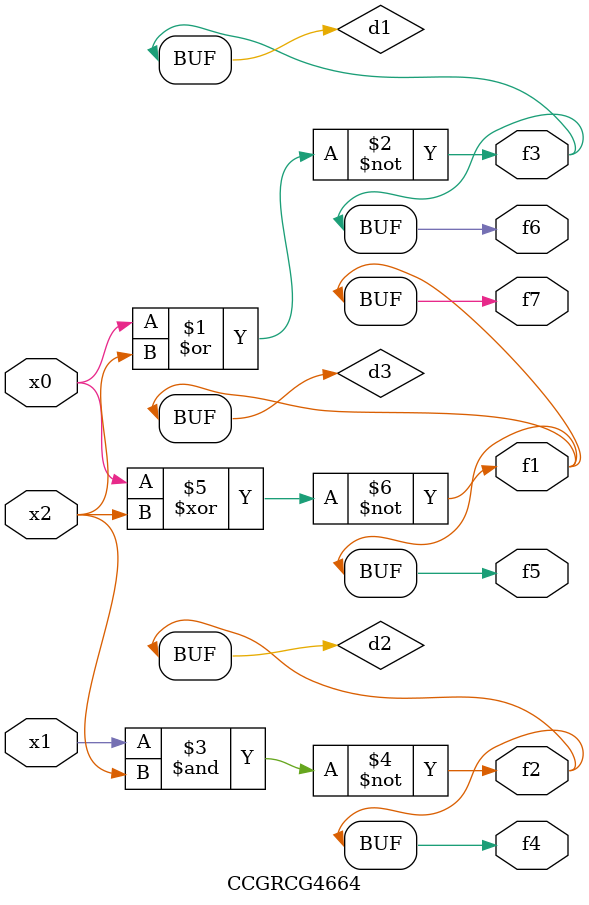
<source format=v>
module CCGRCG4664(
	input x0, x1, x2,
	output f1, f2, f3, f4, f5, f6, f7
);

	wire d1, d2, d3;

	nor (d1, x0, x2);
	nand (d2, x1, x2);
	xnor (d3, x0, x2);
	assign f1 = d3;
	assign f2 = d2;
	assign f3 = d1;
	assign f4 = d2;
	assign f5 = d3;
	assign f6 = d1;
	assign f7 = d3;
endmodule

</source>
